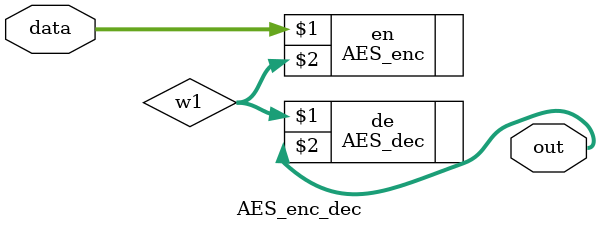
<source format=v>
`timescale 1ns / 1ps
module AES_enc_dec(data, out);
	input [127:0] data;
	
	wire [127:0] w1;
	
	output [127:0] out;
	
	AES_enc en(data, w1);
	AES_dec de(w1, out);

	
endmodule

</source>
